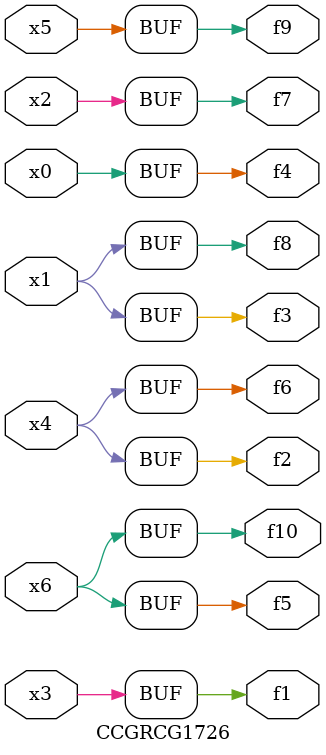
<source format=v>
module CCGRCG1726(
	input x0, x1, x2, x3, x4, x5, x6,
	output f1, f2, f3, f4, f5, f6, f7, f8, f9, f10
);
	assign f1 = x3;
	assign f2 = x4;
	assign f3 = x1;
	assign f4 = x0;
	assign f5 = x6;
	assign f6 = x4;
	assign f7 = x2;
	assign f8 = x1;
	assign f9 = x5;
	assign f10 = x6;
endmodule

</source>
